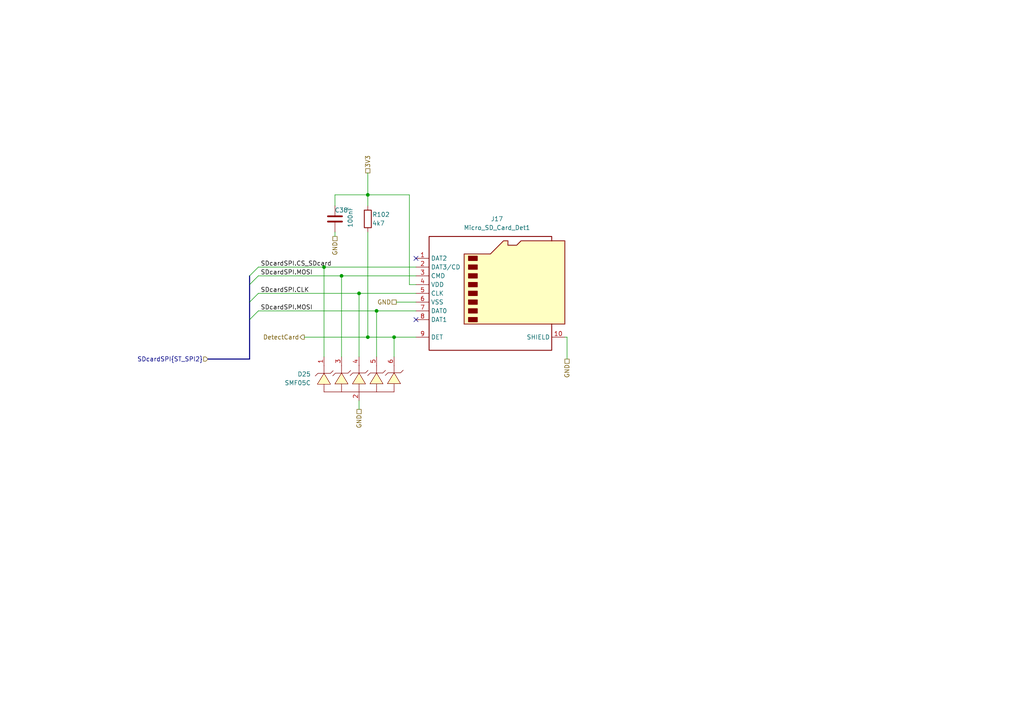
<source format=kicad_sch>
(kicad_sch (version 20231120) (generator "eeschema") (generator_version "8.0")
  (paper "A4")
  (lib_symbols
    (symbol "Device:C" (pin_numbers hide) (pin_names (offset 0.254))
      (property "Reference" "C" (at 0.635 2.54 0))
      (property "Value" "C" (at 0.635 -2.54 0))
      (symbol "C_0_1"
        (polyline (pts (xy -2.032 -0.762) (xy 2.032 -0.762)) (stroke (width 0.508)))
        (polyline (pts (xy -2.032 0.762) (xy 2.032 0.762)) (stroke (width 0.508)))
      )
      (symbol "C_1_1"
        (pin passive line (at 0 3.81 270) (length 2.794) (name "~") (number "1"))
        (pin passive line (at 0 -3.81 90) (length 2.794) (name "~") (number "2"))
      )
    )
    (symbol "Device:R" (pin_numbers hide) (pin_names (offset 0))
      (property "Reference" "R" (at 2.032 0 90))
      (property "Value" "R" (at 0 0 90))
      (symbol "R_0_1"
        (rectangle (start -1.016 -2.54) (end 1.016 2.54) (stroke (width 0.254)))
      )
      (symbol "R_1_1"
        (pin passive line (at 0 3.81 270) (length 1.27) (name "~") (number "1"))
        (pin passive line (at 0 -3.81 90) (length 1.27) (name "~") (number "2"))
      )
    )
    (symbol "SpiritBoi_Library:Micro_SD_Card_Det1"
      (property "Reference" "J" (at -16.51 17.78 0))
      (property "Value" "Micro_SD_Card_Det1" (at 16.51 17.78 0))
      (symbol "Micro_SD_Card_Det1_0_1"
        (rectangle (start -7.62 -6.985) (end -5.08 -8.255) (stroke (width 0.254)) (fill (type outline)))
        (rectangle (start -7.62 -4.445) (end -5.08 -5.715) (stroke (width 0.254)) (fill (type outline)))
        (rectangle (start -7.62 -1.905) (end -5.08 -3.175) (stroke (width 0.254)) (fill (type outline)))
        (rectangle (start -7.62 0.635) (end -5.08 -0.635) (stroke (width 0.254)) (fill (type outline)))
        (rectangle (start -7.62 3.175) (end -5.08 1.905) (stroke (width 0.254)) (fill (type outline)))
        (rectangle (start -7.62 5.715) (end -5.08 4.445) (stroke (width 0.254)) (fill (type outline)))
        (rectangle (start -7.62 8.255) (end -5.08 6.985) (stroke (width 0.254)) (fill (type outline)))
        (rectangle (start -7.62 10.795) (end -5.08 9.525) (stroke (width 0.254)) (fill (type outline)))
        (polyline (pts (xy 16.51 15.24) (xy 16.51 16.51) (xy -19.05 16.51) (xy -19.05 -16.51) (xy 16.51 -16.51) (xy 16.51 -8.89)) (stroke (width 0.254)))
        (polyline (pts (xy -8.89 -8.89) (xy -8.89 11.43) (xy -1.27 11.43) (xy 2.54 15.24) (xy 3.81 15.24) (xy 3.81 13.97) (xy 6.35 13.97) (xy 7.62 15.24) (xy 20.32 15.24) (xy 20.32 -8.89) (xy -8.89 -8.89)) (stroke (width 0.254)) (fill (type background)))
      )
      (symbol "Micro_SD_Card_Det1_1_1"
        (pin bidirectional line (at -22.86 10.16 0) (length 3.81) (name "DAT2") (number "1"))
        (pin passive line (at 20.32 -12.7 180) (length 3.81) (name "SHIELD") (number "10"))
        (pin bidirectional line (at -22.86 7.62 0) (length 3.81) (name "DAT3/CD") (number "2"))
        (pin input line (at -22.86 5.08 0) (length 3.81) (name "CMD") (number "3"))
        (pin power_in line (at -22.86 2.54 0) (length 3.81) (name "VDD") (number "4"))
        (pin input line (at -22.86 0 0) (length 3.81) (name "CLK") (number "5"))
        (pin power_in line (at -22.86 -2.54 0) (length 3.81) (name "VSS") (number "6"))
        (pin bidirectional line (at -22.86 -5.08 0) (length 3.81) (name "DAT0") (number "7"))
        (pin bidirectional line (at -22.86 -7.62 0) (length 3.81) (name "DAT1") (number "8"))
        (pin passive line (at -22.86 -12.7 0) (length 3.81) (name "DET") (number "9"))
      )
    )
    (symbol "SpiritBoi_Library:SMF05C" (pin_names (offset 1.016))
      (property "Reference" "D" (at -23.0178 0.1016 0))
      (property "Value" "SMF05C" (at -23.0396 -1.9581 0))
      (symbol "SMF05C_0_1"
        (polyline (pts (xy -10.16 -7.62) (xy 10.16 -7.62)))
        (polyline (pts (xy -12.7 -2.9972) (xy -11.938 -2.2352) (xy -10.16 -2.2352)))
        (polyline (pts (xy -7.62 -2.9464) (xy -6.858 -2.1844) (xy -5.08 -2.1844)))
        (polyline (pts (xy -7.5184 -1.4732) (xy -8.2804 -2.2352) (xy -10.0584 -2.2352)))
        (polyline (pts (xy -2.5908 -2.8956) (xy -1.8288 -2.1336) (xy -0.0508 -2.1336)))
        (polyline (pts (xy -2.4384 -1.4224) (xy -3.2004 -2.1844) (xy -4.9784 -2.1844)))
        (polyline (pts (xy 2.4892 -2.8956) (xy 3.2512 -2.1336) (xy 5.0292 -2.1336)))
        (polyline (pts (xy 2.5908 -1.3716) (xy 1.8288 -2.1336) (xy 0.0508 -2.1336)))
        (polyline (pts (xy 7.62 -2.8448) (xy 8.382 -2.0828) (xy 10.16 -2.0828)))
        (polyline (pts (xy 7.6708 -1.3716) (xy 6.9088 -2.1336) (xy 5.1308 -2.1336)))
        (polyline (pts (xy 12.8016 -1.3208) (xy 12.0396 -2.0828) (xy 10.2616 -2.0828)))
      )
      (symbol "SMF05C_1_1"
        (polyline (pts (xy -10.16 -5.461) (xy -10.16 -7.62)))
        (polyline (pts (xy -10.16 0) (xy -10.16 -2.286)))
        (polyline (pts (xy -5.08 -5.334) (xy -5.08 -7.62)))
        (polyline (pts (xy -5.08 0) (xy -5.08 -2.286)))
        (polyline (pts (xy 0 -5.334) (xy 0 -7.493)))
        (polyline (pts (xy 0 0.127) (xy 0 -2.159)))
        (polyline (pts (xy 5.08 -5.334) (xy 5.08 -7.62)))
        (polyline (pts (xy 5.08 0) (xy 5.08 -2.159)))
        (polyline (pts (xy 10.16 -5.334) (xy 10.16 -7.62)))
        (polyline (pts (xy 10.16 0) (xy 10.16 -2.159)))
        (polyline (pts (xy -10.16 -2.2352) (xy -12.0904 -5.3848) (xy -8.2804 -5.3848) (xy -10.16 -2.2352)) (fill (type background)))
        (polyline (pts (xy -5.08 -2.159) (xy -7.0104 -5.3086) (xy -3.2004 -5.3086) (xy -5.08 -2.159)) (fill (type background)))
        (polyline (pts (xy 0 -2.159) (xy -1.9304 -5.3086) (xy 1.8796 -5.3086) (xy 0 -2.159)) (fill (type background)))
        (polyline (pts (xy 5.08 -2.1336) (xy 3.1496 -5.2832) (xy 6.9596 -5.2832) (xy 5.08 -2.1336)) (fill (type background)))
        (polyline (pts (xy 10.16 -2.0828) (xy 8.2296 -5.2324) (xy 12.0396 -5.2324) (xy 10.16 -2.0828)) (fill (type background)))
        (pin passive line (at -10.16 2.54 270) (length 2.54) (name "") (number "1"))
        (pin passive line (at 0 -10.16 90) (length 2.54) (name "") (number "2"))
        (pin passive line (at -5.08 2.54 270) (length 2.54) (name "") (number "3"))
        (pin passive line (at 0 2.54 270) (length 2.54) (name "") (number "4"))
        (pin passive line (at 5.08 2.54 270) (length 2.54) (name "") (number "5"))
        (pin passive line (at 10.16 2.54 270) (length 2.54) (name "") (number "6"))
      )
    )
  )
  (junction (at 104.14 85.09))
  (junction (at 109.22 90.17))
  (junction (at 99.06 80.01))
  (junction (at 106.68 97.79))
  (junction (at 93.98 77.47))
  (junction (at 106.68 56.515))
  (junction (at 114.3 97.79))
  (no_connect (at 120.65 74.93))
  (no_connect (at 120.65 92.71))
  (bus_entry (at 74.93 85.09) (size -2.54 2.54))
  (bus_entry (at 74.93 77.47) (size -2.54 2.54))
  (bus_entry (at 74.93 90.17) (size -2.54 2.54))
  (bus_entry (at 74.93 80.01) (size -2.54 2.54))
  (bus (pts (xy 72.39 87.63) (xy 72.39 92.71)))
  (wire (pts (xy 74.93 85.09) (xy 104.14 85.09)))
  (wire (pts (xy 118.745 56.515) (xy 118.745 82.55)))
  (wire (pts (xy 164.465 97.79) (xy 164.465 104.14)))
  (wire (pts (xy 114.3 97.79) (xy 114.3 103.505)))
  (wire (pts (xy 97.155 67.31) (xy 97.155 68.58)))
  (wire (pts (xy 109.22 90.17) (xy 120.65 90.17)))
  (bus (pts (xy 72.39 80.01) (xy 72.39 82.55)))
  (wire (pts (xy 104.14 85.09) (xy 120.65 85.09)))
  (wire (pts (xy 106.68 67.31) (xy 106.68 97.79)))
  (wire (pts (xy 97.155 56.515) (xy 97.155 59.69)))
  (wire (pts (xy 114.935 87.63) (xy 120.65 87.63)))
  (wire (pts (xy 104.14 116.205) (xy 104.14 118.745)))
  (wire (pts (xy 99.06 80.01) (xy 99.06 103.505)))
  (wire (pts (xy 93.98 77.47) (xy 120.65 77.47)))
  (wire (pts (xy 99.06 80.01) (xy 120.65 80.01)))
  (wire (pts (xy 106.68 56.515) (xy 106.68 59.69)))
  (bus (pts (xy 72.39 82.55) (xy 72.39 87.63)))
  (wire (pts (xy 120.65 82.55) (xy 118.745 82.55)))
  (wire (pts (xy 109.22 90.17) (xy 109.22 103.505)))
  (wire (pts (xy 106.68 50.165) (xy 106.68 56.515)))
  (bus (pts (xy 60.325 104.14) (xy 72.39 104.14)))
  (wire (pts (xy 163.83 97.79) (xy 164.465 97.79)))
  (wire (pts (xy 114.3 97.79) (xy 120.65 97.79)))
  (wire (pts (xy 74.93 80.01) (xy 99.06 80.01)))
  (wire (pts (xy 93.98 77.47) (xy 93.98 103.505)))
  (wire (pts (xy 74.93 77.47) (xy 93.98 77.47)))
  (wire (pts (xy 118.745 56.515) (xy 106.68 56.515)))
  (bus (pts (xy 72.39 92.71) (xy 72.39 104.14)))
  (wire (pts (xy 106.68 97.79) (xy 114.3 97.79)))
  (wire (pts (xy 97.155 56.515) (xy 106.68 56.515)))
  (wire (pts (xy 88.265 97.79) (xy 106.68 97.79)))
  (wire (pts (xy 74.93 90.17) (xy 109.22 90.17)))
  (wire (pts (xy 104.14 85.09) (xy 104.14 103.505)))
  (label "SDcardSPI.MOSI" (at 75.565 90.17 0))
  (label "SDcardSPI.MOSI" (at 75.565 80.01 0))
  (label "SDcardSPI.CS_SDcard" (at 75.565 77.47 0))
  (label "SDcardSPI.CLK" (at 75.565 85.09 0))
  (hierarchical_label "SDcardSPI{ST_SPI2}" (shape input) (at 60.325 104.14 180))
  (hierarchical_label "GND" (shape passive) (at 104.14 118.745 270))
  (hierarchical_label "GND" (shape passive) (at 97.155 68.58 270))
  (hierarchical_label "3V3" (shape passive) (at 106.68 50.165 90))
  (hierarchical_label "DetectCard" (shape output) (at 88.265 97.79 180))
  (hierarchical_label "GND" (shape passive) (at 164.465 104.14 270))
  (hierarchical_label "GND" (shape passive) (at 114.935 87.63 180))
  (symbol (lib_id "SpiritBoi_Library:Micro_SD_Card_Det1") (at 143.51 85.09 0) (unit 1)
    (property "Reference" "J17" (at 144.145 63.5 0))
    (property "Value" "Micro_SD_Card_Det1" (at 144.145 66.04 0))
    (property "Footprint" "SpiritBoi_Footprint_Library:Socket_MicroSD-9P" (effects (hide yes)))
    (property "Datasheet" "https://datasheet.lcsc.com/lcsc/2110151630_XKB-Connectivity-XKTF-015-N_C381082.pdf" (effects (hide yes)))
    (property "Description" "Micro SD Card Socket with one card detection pin" (effects (hide yes)))
  )
  (symbol (lib_id "Device:R") (at 106.68 63.5 0) (unit 1)
    (property "Reference" "R102" (at 107.95 62.23 0) (effects (justify left)))
    (property "Value" "4k7" (at 107.95 64.77 0) (effects (justify left)))
    (property "Footprint" "SpiritBoi_Footprint_Library:R_0603" (effects (hide yes)))
  )
  (symbol (lib_id "Device:C") (at 97.155 63.5 0) (mirror y) (unit 1)
    (property "Reference" "C38" (at 100.965 60.96 0) (effects (justify left)))
    (property "Value" "100nF" (at 101.6 66.04 90) (effects (justify left)))
    (property "Footprint" "SpiritBoi_Footprint_Library:C_0603" (effects (hide yes)))
  )
  (symbol (lib_id "SpiritBoi_Library:SMF05C") (at 104.14 106.045 0) (unit 1)
    (property "Reference" "D25" (at 90.17 108.5214 0) (effects (justify right)))
    (property "Value" "SMF05C" (at 90.17 111.0614 0) (effects (justify right)))
    (property "Footprint" "SpiritBoi_Footprint_Library:Package-IC-TSSOP_6" (effects (hide yes)))
    (property "Datasheet" "https://www.onsemi.com/pdf/datasheet/smf05c-d.pdf" (effects (hide yes)))
    (property "Supplier and ref" "https://www.thegioiic.com/smf05c-tct" (effects (hide yes)))
  )
)
</source>
